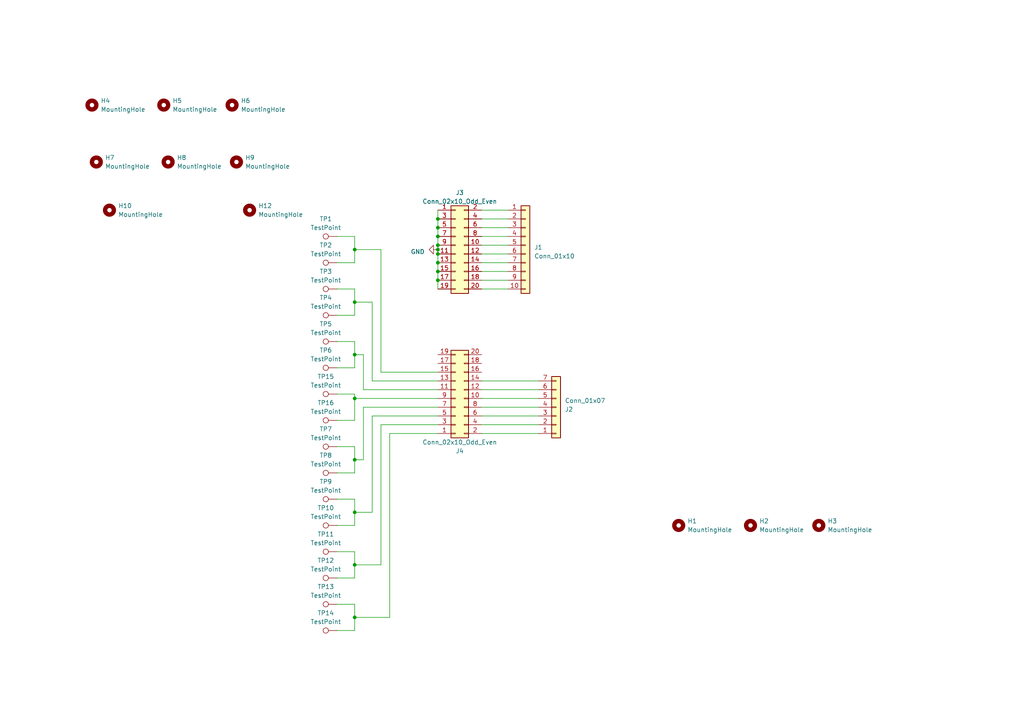
<source format=kicad_sch>
(kicad_sch (version 20230121) (generator eeschema)
  (paper "A4")
  (lib_symbols
    (symbol "Battery Symbols:TestPoint" (pin_numbers hide) (pin_names (offset 0.762) hide)
      (property "Reference" "TP" (at 0 6.858 0))
      (property "Value" "TestPoint" (at 0 5.08 0))
      (symbol "TestPoint_0_1"
        (circle (center 0 3.302) (radius 0.762))
      )
      (symbol "TestPoint_1_1"
        (pin passive line (at 0 0 90) (length 2.54) (name "1") (number "1"))
      )
    )
    (symbol "Connector_Generic:Conn_01x07" (pin_names (offset 1.016) hide)
      (property "Reference" "J" (at 0 10.16 0))
      (property "Value" "Conn_01x07" (at 0 -10.16 0))
      (symbol "Conn_01x07_1_1"
        (rectangle (start -1.27 -7.493) (end 0 -7.747) (stroke (width 0.1524)))
        (rectangle (start -1.27 -4.953) (end 0 -5.207) (stroke (width 0.1524)))
        (rectangle (start -1.27 -2.413) (end 0 -2.667) (stroke (width 0.1524)))
        (rectangle (start -1.27 0.127) (end 0 -0.127) (stroke (width 0.1524)))
        (rectangle (start -1.27 2.667) (end 0 2.413) (stroke (width 0.1524)))
        (rectangle (start -1.27 5.207) (end 0 4.953) (stroke (width 0.1524)))
        (rectangle (start -1.27 7.747) (end 0 7.493) (stroke (width 0.1524)))
        (rectangle (start -1.27 8.89) (end 1.27 -8.89) (stroke (width 0.254)) (fill (type background)))
        (pin passive line (at -5.08 7.62 0) (length 3.81) (name "Pin_1") (number "1"))
        (pin passive line (at -5.08 5.08 0) (length 3.81) (name "Pin_2") (number "2"))
        (pin passive line (at -5.08 2.54 0) (length 3.81) (name "Pin_3") (number "3"))
        (pin passive line (at -5.08 0 0) (length 3.81) (name "Pin_4") (number "4"))
        (pin passive line (at -5.08 -2.54 0) (length 3.81) (name "Pin_5") (number "5"))
        (pin passive line (at -5.08 -5.08 0) (length 3.81) (name "Pin_6") (number "6"))
        (pin passive line (at -5.08 -7.62 0) (length 3.81) (name "Pin_7") (number "7"))
      )
    )
    (symbol "Connector_Generic:Conn_01x10" (pin_names (offset 1.016) hide)
      (property "Reference" "J" (at 0 12.7 0))
      (property "Value" "Conn_01x10" (at 0 -15.24 0))
      (symbol "Conn_01x10_1_1"
        (rectangle (start -1.27 -12.573) (end 0 -12.827) (stroke (width 0.1524)))
        (rectangle (start -1.27 -10.033) (end 0 -10.287) (stroke (width 0.1524)))
        (rectangle (start -1.27 -7.493) (end 0 -7.747) (stroke (width 0.1524)))
        (rectangle (start -1.27 -4.953) (end 0 -5.207) (stroke (width 0.1524)))
        (rectangle (start -1.27 -2.413) (end 0 -2.667) (stroke (width 0.1524)))
        (rectangle (start -1.27 0.127) (end 0 -0.127) (stroke (width 0.1524)))
        (rectangle (start -1.27 2.667) (end 0 2.413) (stroke (width 0.1524)))
        (rectangle (start -1.27 5.207) (end 0 4.953) (stroke (width 0.1524)))
        (rectangle (start -1.27 7.747) (end 0 7.493) (stroke (width 0.1524)))
        (rectangle (start -1.27 10.287) (end 0 10.033) (stroke (width 0.1524)))
        (rectangle (start -1.27 11.43) (end 1.27 -13.97) (stroke (width 0.254)) (fill (type background)))
        (pin passive line (at -5.08 10.16 0) (length 3.81) (name "Pin_1") (number "1"))
        (pin passive line (at -5.08 -12.7 0) (length 3.81) (name "Pin_10") (number "10"))
        (pin passive line (at -5.08 7.62 0) (length 3.81) (name "Pin_2") (number "2"))
        (pin passive line (at -5.08 5.08 0) (length 3.81) (name "Pin_3") (number "3"))
        (pin passive line (at -5.08 2.54 0) (length 3.81) (name "Pin_4") (number "4"))
        (pin passive line (at -5.08 0 0) (length 3.81) (name "Pin_5") (number "5"))
        (pin passive line (at -5.08 -2.54 0) (length 3.81) (name "Pin_6") (number "6"))
        (pin passive line (at -5.08 -5.08 0) (length 3.81) (name "Pin_7") (number "7"))
        (pin passive line (at -5.08 -7.62 0) (length 3.81) (name "Pin_8") (number "8"))
        (pin passive line (at -5.08 -10.16 0) (length 3.81) (name "Pin_9") (number "9"))
      )
    )
    (symbol "Connector_Generic:Conn_02x10_Odd_Even" (pin_names (offset 1.016) hide)
      (property "Reference" "J" (at 1.27 12.7 0))
      (property "Value" "Conn_02x10_Odd_Even" (at 1.27 -15.24 0))
      (symbol "Conn_02x10_Odd_Even_1_1"
        (rectangle (start -1.27 -12.573) (end 0 -12.827) (stroke (width 0.1524)))
        (rectangle (start -1.27 -10.033) (end 0 -10.287) (stroke (width 0.1524)))
        (rectangle (start -1.27 -7.493) (end 0 -7.747) (stroke (width 0.1524)))
        (rectangle (start -1.27 -4.953) (end 0 -5.207) (stroke (width 0.1524)))
        (rectangle (start -1.27 -2.413) (end 0 -2.667) (stroke (width 0.1524)))
        (rectangle (start -1.27 0.127) (end 0 -0.127) (stroke (width 0.1524)))
        (rectangle (start -1.27 2.667) (end 0 2.413) (stroke (width 0.1524)))
        (rectangle (start -1.27 5.207) (end 0 4.953) (stroke (width 0.1524)))
        (rectangle (start -1.27 7.747) (end 0 7.493) (stroke (width 0.1524)))
        (rectangle (start -1.27 10.287) (end 0 10.033) (stroke (width 0.1524)))
        (rectangle (start -1.27 11.43) (end 3.81 -13.97) (stroke (width 0.254)) (fill (type background)))
        (rectangle (start 3.81 -12.573) (end 2.54 -12.827) (stroke (width 0.1524)))
        (rectangle (start 3.81 -10.033) (end 2.54 -10.287) (stroke (width 0.1524)))
        (rectangle (start 3.81 -7.493) (end 2.54 -7.747) (stroke (width 0.1524)))
        (rectangle (start 3.81 -4.953) (end 2.54 -5.207) (stroke (width 0.1524)))
        (rectangle (start 3.81 -2.413) (end 2.54 -2.667) (stroke (width 0.1524)))
        (rectangle (start 3.81 0.127) (end 2.54 -0.127) (stroke (width 0.1524)))
        (rectangle (start 3.81 2.667) (end 2.54 2.413) (stroke (width 0.1524)))
        (rectangle (start 3.81 5.207) (end 2.54 4.953) (stroke (width 0.1524)))
        (rectangle (start 3.81 7.747) (end 2.54 7.493) (stroke (width 0.1524)))
        (rectangle (start 3.81 10.287) (end 2.54 10.033) (stroke (width 0.1524)))
        (pin passive line (at -5.08 10.16 0) (length 3.81) (name "Pin_1") (number "1"))
        (pin passive line (at 7.62 0 180) (length 3.81) (name "Pin_10") (number "10"))
        (pin passive line (at -5.08 -2.54 0) (length 3.81) (name "Pin_11") (number "11"))
        (pin passive line (at 7.62 -2.54 180) (length 3.81) (name "Pin_12") (number "12"))
        (pin passive line (at -5.08 -5.08 0) (length 3.81) (name "Pin_13") (number "13"))
        (pin passive line (at 7.62 -5.08 180) (length 3.81) (name "Pin_14") (number "14"))
        (pin passive line (at -5.08 -7.62 0) (length 3.81) (name "Pin_15") (number "15"))
        (pin passive line (at 7.62 -7.62 180) (length 3.81) (name "Pin_16") (number "16"))
        (pin passive line (at -5.08 -10.16 0) (length 3.81) (name "Pin_17") (number "17"))
        (pin passive line (at 7.62 -10.16 180) (length 3.81) (name "Pin_18") (number "18"))
        (pin passive line (at -5.08 -12.7 0) (length 3.81) (name "Pin_19") (number "19"))
        (pin passive line (at 7.62 10.16 180) (length 3.81) (name "Pin_2") (number "2"))
        (pin passive line (at 7.62 -12.7 180) (length 3.81) (name "Pin_20") (number "20"))
        (pin passive line (at -5.08 7.62 0) (length 3.81) (name "Pin_3") (number "3"))
        (pin passive line (at 7.62 7.62 180) (length 3.81) (name "Pin_4") (number "4"))
        (pin passive line (at -5.08 5.08 0) (length 3.81) (name "Pin_5") (number "5"))
        (pin passive line (at 7.62 5.08 180) (length 3.81) (name "Pin_6") (number "6"))
        (pin passive line (at -5.08 2.54 0) (length 3.81) (name "Pin_7") (number "7"))
        (pin passive line (at 7.62 2.54 180) (length 3.81) (name "Pin_8") (number "8"))
        (pin passive line (at -5.08 0 0) (length 3.81) (name "Pin_9") (number "9"))
      )
    )
    (symbol "Mechanical:MountingHole" (pin_names (offset 1.016))
      (property "Reference" "H" (at 0 5.08 0))
      (property "Value" "MountingHole" (at 0 3.175 0))
      (symbol "MountingHole_0_1"
        (circle (center 0 0) (radius 1.27) (stroke (width 1.27)))
      )
    )
    (symbol "power:GND" (power) (pin_names (offset 0))
      (property "Value" "GND" (at 0 -3.81 0))
      (symbol "GND_0_1"
        (polyline (pts (xy 0 0) (xy 0 -1.27) (xy 1.27 -1.27) (xy 0 -2.54) (xy -1.27 -1.27) (xy 0 -1.27)))
      )
      (symbol "GND_1_1"
        (pin power_in line (at 0 0 270) (length 0) hide (name "GND") (number "1"))
      )
    )
  )
  (junction (at 102.87 87.63))
  (junction (at 102.87 179.07))
  (junction (at 102.87 133.35))
  (junction (at 102.87 72.39))
  (junction (at 127 76.2))
  (junction (at 127 68.58))
  (junction (at 127 63.5))
  (junction (at 127 66.04))
  (junction (at 127 71.12))
  (junction (at 127 78.74))
  (junction (at 102.87 115.57))
  (junction (at 102.87 102.87))
  (junction (at 102.87 163.83))
  (junction (at 127 72.39))
  (junction (at 102.87 148.59))
  (junction (at 127 73.66))
  (junction (at 127 81.28))
  (wire (pts (xy 147.32 68.58) (xy 139.7 68.58)))
  (wire (pts (xy 147.32 76.2) (xy 139.7 76.2)))
  (wire (pts (xy 102.87 144.78) (xy 97.79 144.78)))
  (wire (pts (xy 139.7 115.57) (xy 156.21 115.57)))
  (wire (pts (xy 102.87 160.02) (xy 97.79 160.02)))
  (wire (pts (xy 110.49 107.95) (xy 110.49 72.39)))
  (wire (pts (xy 147.32 78.74) (xy 139.7 78.74)))
  (wire (pts (xy 102.87 83.82) (xy 102.87 87.63)))
  (wire (pts (xy 113.03 179.07) (xy 102.87 179.07)))
  (wire (pts (xy 127 63.5) (xy 127 66.04)))
  (wire (pts (xy 110.49 107.95) (xy 127 107.95)))
  (wire (pts (xy 110.49 123.19) (xy 127 123.19)))
  (wire (pts (xy 105.41 133.35) (xy 105.41 118.11)))
  (wire (pts (xy 113.03 125.73) (xy 127 125.73)))
  (wire (pts (xy 102.87 114.3) (xy 97.79 114.3)))
  (wire (pts (xy 102.87 163.83) (xy 102.87 167.64)))
  (wire (pts (xy 105.41 118.11) (xy 127 118.11)))
  (wire (pts (xy 102.87 106.68) (xy 97.79 106.68)))
  (wire (pts (xy 102.87 99.06) (xy 102.87 102.87)))
  (wire (pts (xy 102.87 129.54) (xy 102.87 133.35)))
  (wire (pts (xy 102.87 115.57) (xy 102.87 121.92)))
  (wire (pts (xy 127 73.66) (xy 127 76.2)))
  (wire (pts (xy 147.32 83.82) (xy 139.7 83.82)))
  (wire (pts (xy 102.87 99.06) (xy 97.79 99.06)))
  (wire (pts (xy 102.87 87.63) (xy 102.87 91.44)))
  (wire (pts (xy 110.49 72.39) (xy 102.87 72.39)))
  (wire (pts (xy 147.32 66.04) (xy 139.7 66.04)))
  (wire (pts (xy 102.87 129.54) (xy 97.79 129.54)))
  (wire (pts (xy 127 66.04) (xy 127 68.58)))
  (wire (pts (xy 107.95 120.65) (xy 107.95 148.59)))
  (wire (pts (xy 147.32 73.66) (xy 139.7 73.66)))
  (wire (pts (xy 102.87 133.35) (xy 102.87 137.16)))
  (wire (pts (xy 102.87 148.59) (xy 102.87 152.4)))
  (wire (pts (xy 102.87 182.88) (xy 97.79 182.88)))
  (wire (pts (xy 127 60.96) (xy 127 63.5)))
  (wire (pts (xy 107.95 120.65) (xy 127 120.65)))
  (wire (pts (xy 139.7 110.49) (xy 156.21 110.49)))
  (wire (pts (xy 102.87 133.35) (xy 105.41 133.35)))
  (wire (pts (xy 139.7 125.73) (xy 156.21 125.73)))
  (wire (pts (xy 102.87 68.58) (xy 97.79 68.58)))
  (wire (pts (xy 110.49 163.83) (xy 110.49 123.19)))
  (wire (pts (xy 102.87 175.26) (xy 102.87 179.07)))
  (wire (pts (xy 147.32 63.5) (xy 139.7 63.5)))
  (wire (pts (xy 127 81.28) (xy 127 83.82)))
  (wire (pts (xy 102.87 167.64) (xy 97.79 167.64)))
  (wire (pts (xy 102.87 175.26) (xy 97.79 175.26)))
  (wire (pts (xy 139.7 120.65) (xy 156.21 120.65)))
  (wire (pts (xy 127 78.74) (xy 127 81.28)))
  (wire (pts (xy 107.95 110.49) (xy 127 110.49)))
  (wire (pts (xy 102.87 152.4) (xy 97.79 152.4)))
  (wire (pts (xy 147.32 71.12) (xy 139.7 71.12)))
  (wire (pts (xy 102.87 179.07) (xy 102.87 182.88)))
  (wire (pts (xy 102.87 72.39) (xy 102.87 76.2)))
  (wire (pts (xy 102.87 115.57) (xy 127 115.57)))
  (wire (pts (xy 102.87 102.87) (xy 102.87 106.68)))
  (wire (pts (xy 139.7 113.03) (xy 156.21 113.03)))
  (wire (pts (xy 102.87 144.78) (xy 102.87 148.59)))
  (wire (pts (xy 102.87 76.2) (xy 97.79 76.2)))
  (wire (pts (xy 127 71.12) (xy 127 72.39)))
  (wire (pts (xy 127 72.39) (xy 127 73.66)))
  (wire (pts (xy 102.87 148.59) (xy 107.95 148.59)))
  (wire (pts (xy 102.87 83.82) (xy 97.79 83.82)))
  (wire (pts (xy 147.32 81.28) (xy 139.7 81.28)))
  (wire (pts (xy 127 68.58) (xy 127 71.12)))
  (wire (pts (xy 102.87 91.44) (xy 97.79 91.44)))
  (wire (pts (xy 113.03 179.07) (xy 113.03 125.73)))
  (wire (pts (xy 107.95 87.63) (xy 102.87 87.63)))
  (wire (pts (xy 110.49 163.83) (xy 102.87 163.83)))
  (wire (pts (xy 102.87 121.92) (xy 97.79 121.92)))
  (wire (pts (xy 102.87 114.3) (xy 102.87 115.57)))
  (wire (pts (xy 105.41 113.03) (xy 105.41 102.87)))
  (wire (pts (xy 102.87 137.16) (xy 97.79 137.16)))
  (wire (pts (xy 105.41 102.87) (xy 102.87 102.87)))
  (wire (pts (xy 147.32 60.96) (xy 139.7 60.96)))
  (wire (pts (xy 102.87 68.58) (xy 102.87 72.39)))
  (wire (pts (xy 139.7 118.11) (xy 156.21 118.11)))
  (wire (pts (xy 105.41 113.03) (xy 127 113.03)))
  (wire (pts (xy 107.95 110.49) (xy 107.95 87.63)))
  (wire (pts (xy 102.87 160.02) (xy 102.87 163.83)))
  (wire (pts (xy 139.7 123.19) (xy 156.21 123.19)))
  (wire (pts (xy 127 76.2) (xy 127 78.74)))
  (symbol (lib_id "Connector_Generic:Conn_01x10") (at 152.4 71.12 0) (unit 1)
    (property "Reference" "J1" (at 154.94 71.755 0) (effects (justify left)))
    (property "Value" "Conn_01x10" (at 154.94 74.295 0) (effects (justify left)))
    (property "Footprint" "Connector_Molex:MOLEX_436501012" (effects hide))
  )
  (symbol (lib_id "Mechanical:MountingHole") (at 72.39 60.96 0) (unit 1)
    (property "Reference" "H12" (at 74.93 59.6899 0) (effects (justify left)))
    (property "Value" "MountingHole" (at 74.93 62.2299 0) (effects (justify left)))
    (property "Footprint" "MountingHole:MountingHole_3.2mm_M3_DIN965" (effects hide))
  )
  (symbol (lib_id "Connector_Generic:Conn_02x10_Odd_Even") (at 132.08 71.12 0) (unit 1)
    (property "Reference" "J3" (at 133.35 55.88 0))
    (property "Value" "Conn_02x10_Odd_Even" (at 133.35 58.42 0))
    (property "Footprint" "Connector_PinSocket_2.54mm:PinSocket_2x10_P2.54mm_Vertical_SMD" (effects hide))
  )
  (symbol (lib_id "Battery Symbols:TestPoint") (at 97.79 167.64 90) (unit 1)
    (property "Reference" "TP12" (at 94.488 162.56 90))
    (property "Value" "TestPoint" (at 94.488 165.1 90))
    (property "Footprint" "TestPoint:PAD_1x2mm" (effects hide))
  )
  (symbol (lib_id "Mechanical:MountingHole") (at 48.768 46.99 0) (unit 1)
    (property "Reference" "H8" (at 51.308 45.7199 0) (effects (justify left)))
    (property "Value" "MountingHole" (at 51.308 48.2599 0) (effects (justify left)))
    (property "Footprint" "MountingHole:MountingHole_3.2mm_M3_DIN965" (effects hide))
  )
  (symbol (lib_id "Connector_Generic:Conn_01x07") (at 161.29 118.11 0) (mirror x) (unit 1)
    (property "Reference" "J2" (at 163.83 118.745 0) (effects (justify left)))
    (property "Value" "Conn_01x07" (at 163.83 116.205 0) (effects (justify left)))
    (property "Footprint" "Connector_Molex:MOLEX_436500712" (effects hide))
  )
  (symbol (lib_id "Battery Symbols:TestPoint") (at 97.79 175.26 90) (unit 1)
    (property "Reference" "TP13" (at 94.488 170.18 90))
    (property "Value" "TestPoint" (at 94.488 172.72 90))
    (property "Footprint" "TestPoint:PAD_1x2mm" (effects hide))
  )
  (symbol (lib_id "Battery Symbols:TestPoint") (at 97.79 114.3 90) (unit 1)
    (property "Reference" "TP15" (at 94.488 109.22 90))
    (property "Value" "TestPoint" (at 94.488 111.76 90))
    (property "Footprint" "TestPoint:PAD_1x2mm" (effects hide))
  )
  (symbol (lib_id "Battery Symbols:TestPoint") (at 97.79 76.2 90) (unit 1)
    (property "Reference" "TP2" (at 94.488 71.12 90))
    (property "Value" "TestPoint" (at 94.488 73.66 90))
    (property "Footprint" "TestPoint:PAD_1x2mm" (effects hide))
  )
  (symbol (lib_id "Battery Symbols:TestPoint") (at 97.79 121.92 90) (unit 1)
    (property "Reference" "TP16" (at 94.488 116.84 90))
    (property "Value" "TestPoint" (at 94.488 119.38 90))
    (property "Footprint" "TestPoint:PAD_1x2mm" (effects hide))
  )
  (symbol (lib_id "power:GND") (at 127 72.39 270) (unit 1)
    (property "Reference" "#PWR01" (effects hide))
    (property "Value" "GND" (at 123.19 73.025 90) (effects (justify right)))
  )
  (symbol (lib_id "Battery Symbols:TestPoint") (at 97.79 99.06 90) (unit 1)
    (property "Reference" "TP5" (at 94.488 93.98 90))
    (property "Value" "TestPoint" (at 94.488 96.52 90))
    (property "Footprint" "TestPoint:PAD_1x2mm" (effects hide))
  )
  (symbol (lib_id "Battery Symbols:TestPoint") (at 97.79 68.58 90) (unit 1)
    (property "Reference" "TP1" (at 94.488 63.5 90))
    (property "Value" "TestPoint" (at 94.488 66.04 90))
    (property "Footprint" "TestPoint:PAD_1x2mm" (effects hide))
  )
  (symbol (lib_id "Battery Symbols:TestPoint") (at 97.79 91.44 90) (unit 1)
    (property "Reference" "TP4" (at 94.488 86.36 90))
    (property "Value" "TestPoint" (at 94.488 88.9 90))
    (property "Footprint" "TestPoint:PAD_1x2mm" (effects hide))
  )
  (symbol (lib_id "Battery Symbols:TestPoint") (at 97.79 144.78 90) (unit 1)
    (property "Reference" "TP9" (at 94.488 139.7 90))
    (property "Value" "TestPoint" (at 94.488 142.24 90))
    (property "Footprint" "TestPoint:PAD_1x2mm" (effects hide))
  )
  (symbol (lib_id "Mechanical:MountingHole") (at 68.58 46.99 0) (unit 1)
    (property "Reference" "H9" (at 71.12 45.7199 0) (effects (justify left)))
    (property "Value" "MountingHole" (at 71.12 48.2599 0) (effects (justify left)))
    (property "Footprint" "MountingHole:MountingHole_3.2mm_M3_DIN965" (effects hide))
  )
  (symbol (lib_id "Mechanical:MountingHole") (at 31.75 60.96 0) (unit 1)
    (property "Reference" "H10" (at 34.29 59.6899 0) (effects (justify left)))
    (property "Value" "MountingHole" (at 34.29 62.2299 0) (effects (justify left)))
    (property "Footprint" "MountingHole:MountingHole_3.2mm_M3_DIN965" (effects hide))
  )
  (symbol (lib_id "Mechanical:MountingHole") (at 27.94 46.99 0) (unit 1)
    (property "Reference" "H7" (at 30.48 45.7199 0) (effects (justify left)))
    (property "Value" "MountingHole" (at 30.48 48.2599 0) (effects (justify left)))
    (property "Footprint" "MountingHole:MountingHole_3.2mm_M3_DIN965" (effects hide))
  )
  (symbol (lib_id "Mechanical:MountingHole") (at 47.498 30.48 0) (unit 1)
    (property "Reference" "H5" (at 50.038 29.2099 0) (effects (justify left)))
    (property "Value" "MountingHole" (at 50.038 31.7499 0) (effects (justify left)))
    (property "Footprint" "MountingHole:MountingHole_3.2mm_M3_DIN965" (effects hide))
  )
  (symbol (lib_id "Battery Symbols:TestPoint") (at 97.79 152.4 90) (unit 1)
    (property "Reference" "TP10" (at 94.488 147.32 90))
    (property "Value" "TestPoint" (at 94.488 149.86 90))
    (property "Footprint" "TestPoint:PAD_1x2mm" (effects hide))
  )
  (symbol (lib_id "Connector_Generic:Conn_02x10_Odd_Even") (at 132.08 115.57 0) (mirror x) (unit 1)
    (property "Reference" "J4" (at 133.35 130.81 0))
    (property "Value" "Conn_02x10_Odd_Even" (at 133.35 128.27 0))
    (property "Footprint" "Connector_PinSocket_2.54mm:PinSocket_2x10_P2.54mm_Vertical_SMD" (effects hide))
  )
  (symbol (lib_id "Mechanical:MountingHole") (at 237.49 152.4 0) (unit 1)
    (property "Reference" "H3" (at 240.03 151.1299 0) (effects (justify left)))
    (property "Value" "MountingHole" (at 240.03 153.6699 0) (effects (justify left)))
    (property "Footprint" "MountingHole:MountingHole_3.2mm_M3_DIN965" (effects hide))
  )
  (symbol (lib_id "Mechanical:MountingHole") (at 217.678 152.4 0) (unit 1)
    (property "Reference" "H2" (at 220.218 151.1299 0) (effects (justify left)))
    (property "Value" "MountingHole" (at 220.218 153.6699 0) (effects (justify left)))
    (property "Footprint" "MountingHole:MountingHole_3.2mm_M3_DIN965" (effects hide))
  )
  (symbol (lib_id "Mechanical:MountingHole") (at 196.85 152.4 0) (unit 1)
    (property "Reference" "H1" (at 199.39 151.1299 0) (effects (justify left)))
    (property "Value" "MountingHole" (at 199.39 153.6699 0) (effects (justify left)))
    (property "Footprint" "MountingHole:MountingHole_3.2mm_M3_DIN965" (effects hide))
  )
  (symbol (lib_id "Battery Symbols:TestPoint") (at 97.79 106.68 90) (unit 1)
    (property "Reference" "TP6" (at 94.488 101.6 90))
    (property "Value" "TestPoint" (at 94.488 104.14 90))
    (property "Footprint" "TestPoint:PAD_1x2mm" (effects hide))
  )
  (symbol (lib_id "Battery Symbols:TestPoint") (at 97.79 129.54 90) (unit 1)
    (property "Reference" "TP7" (at 94.488 124.46 90))
    (property "Value" "TestPoint" (at 94.488 127 90))
    (property "Footprint" "TestPoint:PAD_1x2mm" (effects hide))
  )
  (symbol (lib_id "Battery Symbols:TestPoint") (at 97.79 137.16 90) (unit 1)
    (property "Reference" "TP8" (at 94.488 132.08 90))
    (property "Value" "TestPoint" (at 94.488 134.62 90))
    (property "Footprint" "TestPoint:PAD_1x2mm" (effects hide))
  )
  (symbol (lib_id "Mechanical:MountingHole") (at 26.67 30.48 0) (unit 1)
    (property "Reference" "H4" (at 29.21 29.2099 0) (effects (justify left)))
    (property "Value" "MountingHole" (at 29.21 31.7499 0) (effects (justify left)))
    (property "Footprint" "MountingHole:MountingHole_3.2mm_M3_DIN965" (effects hide))
  )
  (symbol (lib_id "Battery Symbols:TestPoint") (at 97.79 182.88 90) (unit 1)
    (property "Reference" "TP14" (at 94.488 177.8 90))
    (property "Value" "TestPoint" (at 94.488 180.34 90))
    (property "Footprint" "TestPoint:PAD_1x2mm" (effects hide))
  )
  (symbol (lib_id "Battery Symbols:TestPoint") (at 97.79 83.82 90) (unit 1)
    (property "Reference" "TP3" (at 94.488 78.74 90))
    (property "Value" "TestPoint" (at 94.488 81.28 90))
    (property "Footprint" "TestPoint:PAD_1x2mm" (effects hide))
  )
  (symbol (lib_id "Battery Symbols:TestPoint") (at 97.79 160.02 90) (unit 1)
    (property "Reference" "TP11" (at 94.488 154.94 90))
    (property "Value" "TestPoint" (at 94.488 157.48 90))
    (property "Footprint" "TestPoint:PAD_1x2mm" (effects hide))
  )
  (symbol (lib_id "Mechanical:MountingHole") (at 67.31 30.48 0) (unit 1)
    (property "Reference" "H6" (at 69.85 29.2099 0) (effects (justify left)))
    (property "Value" "MountingHole" (at 69.85 31.7499 0) (effects (justify left)))
    (property "Footprint" "MountingHole:MountingHole_3.2mm_M3_DIN965" (effects hide))
  )
)
</source>
